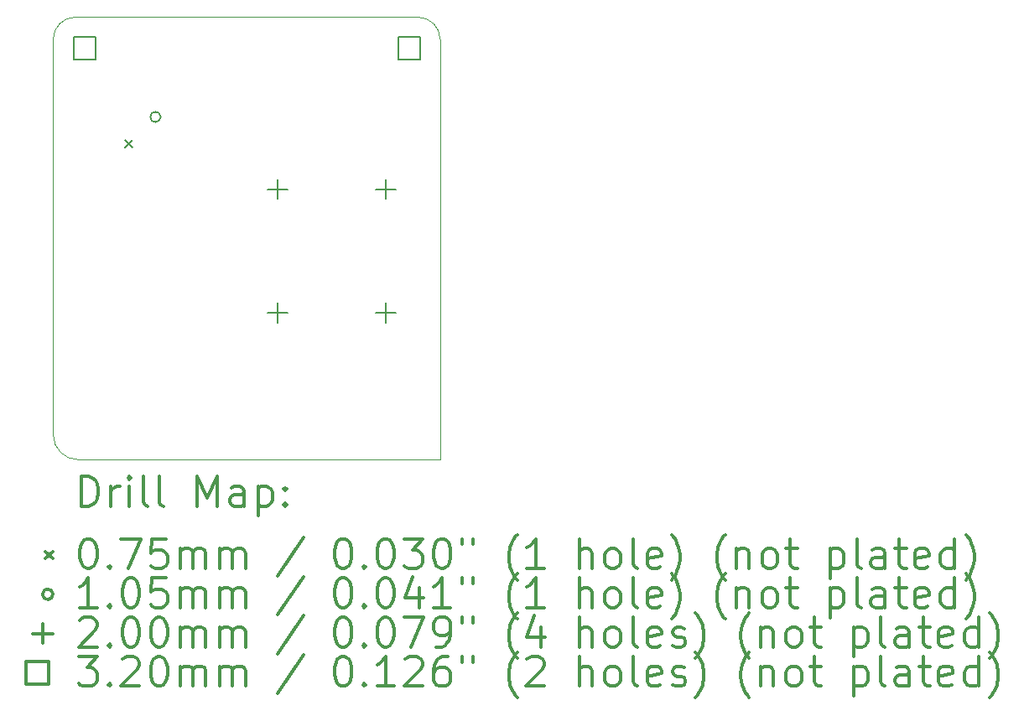
<source format=gbr>
%FSLAX45Y45*%
G04 Gerber Fmt 4.5, Leading zero omitted, Abs format (unit mm)*
G04 Created by KiCad (PCBNEW (5.1.9)-1) date 2021-02-23 11:14:55*
%MOMM*%
%LPD*%
G01*
G04 APERTURE LIST*
%TA.AperFunction,Profile*%
%ADD10C,0.050000*%
%TD*%
%ADD11C,0.200000*%
%ADD12C,0.300000*%
G04 APERTURE END LIST*
D10*
X3492500Y-6532000D02*
G75*
G02*
X3238500Y-6278000I0J254000D01*
G01*
X3238500Y-6223000D02*
X3238500Y-6278000D01*
X3238500Y-2286000D02*
G75*
G02*
X3462000Y-2062500I223500J0D01*
G01*
X3238500Y-2286000D02*
X3238500Y-6223000D01*
X6921500Y-2062500D02*
G75*
G02*
X7145000Y-2286000I0J-223500D01*
G01*
X7145000Y-2286000D02*
X7145000Y-6532000D01*
X3492500Y-6532000D02*
X7145000Y-6532000D01*
X3462000Y-2062500D02*
X6921500Y-2062500D01*
D11*
X3964814Y-3300786D02*
X4039814Y-3375786D01*
X4039814Y-3300786D02*
X3964814Y-3375786D01*
X4323515Y-3069585D02*
G75*
G03*
X4323515Y-3069585I-52500J0D01*
G01*
X5502100Y-3699800D02*
X5502100Y-3899800D01*
X5402100Y-3799800D02*
X5602100Y-3799800D01*
X5502100Y-4949800D02*
X5502100Y-5149800D01*
X5402100Y-5049800D02*
X5602100Y-5049800D01*
X6594300Y-3699800D02*
X6594300Y-3899800D01*
X6494300Y-3799800D02*
X6694300Y-3799800D01*
X6594300Y-4949800D02*
X6594300Y-5149800D01*
X6494300Y-5049800D02*
X6694300Y-5049800D01*
X3669138Y-2488038D02*
X3669138Y-2261762D01*
X3442862Y-2261762D01*
X3442862Y-2488038D01*
X3669138Y-2488038D01*
X6945738Y-2488038D02*
X6945738Y-2261762D01*
X6719462Y-2261762D01*
X6719462Y-2488038D01*
X6945738Y-2488038D01*
D12*
X3522428Y-7000214D02*
X3522428Y-6700214D01*
X3593857Y-6700214D01*
X3636714Y-6714500D01*
X3665286Y-6743071D01*
X3679571Y-6771643D01*
X3693857Y-6828786D01*
X3693857Y-6871643D01*
X3679571Y-6928786D01*
X3665286Y-6957357D01*
X3636714Y-6985929D01*
X3593857Y-7000214D01*
X3522428Y-7000214D01*
X3822428Y-7000214D02*
X3822428Y-6800214D01*
X3822428Y-6857357D02*
X3836714Y-6828786D01*
X3851000Y-6814500D01*
X3879571Y-6800214D01*
X3908143Y-6800214D01*
X4008143Y-7000214D02*
X4008143Y-6800214D01*
X4008143Y-6700214D02*
X3993857Y-6714500D01*
X4008143Y-6728786D01*
X4022428Y-6714500D01*
X4008143Y-6700214D01*
X4008143Y-6728786D01*
X4193857Y-7000214D02*
X4165286Y-6985929D01*
X4151000Y-6957357D01*
X4151000Y-6700214D01*
X4351000Y-7000214D02*
X4322428Y-6985929D01*
X4308143Y-6957357D01*
X4308143Y-6700214D01*
X4693857Y-7000214D02*
X4693857Y-6700214D01*
X4793857Y-6914500D01*
X4893857Y-6700214D01*
X4893857Y-7000214D01*
X5165286Y-7000214D02*
X5165286Y-6843071D01*
X5151000Y-6814500D01*
X5122428Y-6800214D01*
X5065286Y-6800214D01*
X5036714Y-6814500D01*
X5165286Y-6985929D02*
X5136714Y-7000214D01*
X5065286Y-7000214D01*
X5036714Y-6985929D01*
X5022428Y-6957357D01*
X5022428Y-6928786D01*
X5036714Y-6900214D01*
X5065286Y-6885929D01*
X5136714Y-6885929D01*
X5165286Y-6871643D01*
X5308143Y-6800214D02*
X5308143Y-7100214D01*
X5308143Y-6814500D02*
X5336714Y-6800214D01*
X5393857Y-6800214D01*
X5422428Y-6814500D01*
X5436714Y-6828786D01*
X5451000Y-6857357D01*
X5451000Y-6943071D01*
X5436714Y-6971643D01*
X5422428Y-6985929D01*
X5393857Y-7000214D01*
X5336714Y-7000214D01*
X5308143Y-6985929D01*
X5579571Y-6971643D02*
X5593857Y-6985929D01*
X5579571Y-7000214D01*
X5565286Y-6985929D01*
X5579571Y-6971643D01*
X5579571Y-7000214D01*
X5579571Y-6814500D02*
X5593857Y-6828786D01*
X5579571Y-6843071D01*
X5565286Y-6828786D01*
X5579571Y-6814500D01*
X5579571Y-6843071D01*
X3161000Y-7457000D02*
X3236000Y-7532000D01*
X3236000Y-7457000D02*
X3161000Y-7532000D01*
X3579571Y-7330214D02*
X3608143Y-7330214D01*
X3636714Y-7344500D01*
X3651000Y-7358786D01*
X3665286Y-7387357D01*
X3679571Y-7444500D01*
X3679571Y-7515929D01*
X3665286Y-7573071D01*
X3651000Y-7601643D01*
X3636714Y-7615929D01*
X3608143Y-7630214D01*
X3579571Y-7630214D01*
X3551000Y-7615929D01*
X3536714Y-7601643D01*
X3522428Y-7573071D01*
X3508143Y-7515929D01*
X3508143Y-7444500D01*
X3522428Y-7387357D01*
X3536714Y-7358786D01*
X3551000Y-7344500D01*
X3579571Y-7330214D01*
X3808143Y-7601643D02*
X3822428Y-7615929D01*
X3808143Y-7630214D01*
X3793857Y-7615929D01*
X3808143Y-7601643D01*
X3808143Y-7630214D01*
X3922428Y-7330214D02*
X4122428Y-7330214D01*
X3993857Y-7630214D01*
X4379571Y-7330214D02*
X4236714Y-7330214D01*
X4222428Y-7473071D01*
X4236714Y-7458786D01*
X4265286Y-7444500D01*
X4336714Y-7444500D01*
X4365286Y-7458786D01*
X4379571Y-7473071D01*
X4393857Y-7501643D01*
X4393857Y-7573071D01*
X4379571Y-7601643D01*
X4365286Y-7615929D01*
X4336714Y-7630214D01*
X4265286Y-7630214D01*
X4236714Y-7615929D01*
X4222428Y-7601643D01*
X4522428Y-7630214D02*
X4522428Y-7430214D01*
X4522428Y-7458786D02*
X4536714Y-7444500D01*
X4565286Y-7430214D01*
X4608143Y-7430214D01*
X4636714Y-7444500D01*
X4651000Y-7473071D01*
X4651000Y-7630214D01*
X4651000Y-7473071D02*
X4665286Y-7444500D01*
X4693857Y-7430214D01*
X4736714Y-7430214D01*
X4765286Y-7444500D01*
X4779571Y-7473071D01*
X4779571Y-7630214D01*
X4922428Y-7630214D02*
X4922428Y-7430214D01*
X4922428Y-7458786D02*
X4936714Y-7444500D01*
X4965286Y-7430214D01*
X5008143Y-7430214D01*
X5036714Y-7444500D01*
X5051000Y-7473071D01*
X5051000Y-7630214D01*
X5051000Y-7473071D02*
X5065286Y-7444500D01*
X5093857Y-7430214D01*
X5136714Y-7430214D01*
X5165286Y-7444500D01*
X5179571Y-7473071D01*
X5179571Y-7630214D01*
X5765286Y-7315929D02*
X5508143Y-7701643D01*
X6151000Y-7330214D02*
X6179571Y-7330214D01*
X6208143Y-7344500D01*
X6222428Y-7358786D01*
X6236714Y-7387357D01*
X6251000Y-7444500D01*
X6251000Y-7515929D01*
X6236714Y-7573071D01*
X6222428Y-7601643D01*
X6208143Y-7615929D01*
X6179571Y-7630214D01*
X6151000Y-7630214D01*
X6122428Y-7615929D01*
X6108143Y-7601643D01*
X6093857Y-7573071D01*
X6079571Y-7515929D01*
X6079571Y-7444500D01*
X6093857Y-7387357D01*
X6108143Y-7358786D01*
X6122428Y-7344500D01*
X6151000Y-7330214D01*
X6379571Y-7601643D02*
X6393857Y-7615929D01*
X6379571Y-7630214D01*
X6365286Y-7615929D01*
X6379571Y-7601643D01*
X6379571Y-7630214D01*
X6579571Y-7330214D02*
X6608143Y-7330214D01*
X6636714Y-7344500D01*
X6651000Y-7358786D01*
X6665286Y-7387357D01*
X6679571Y-7444500D01*
X6679571Y-7515929D01*
X6665286Y-7573071D01*
X6651000Y-7601643D01*
X6636714Y-7615929D01*
X6608143Y-7630214D01*
X6579571Y-7630214D01*
X6551000Y-7615929D01*
X6536714Y-7601643D01*
X6522428Y-7573071D01*
X6508143Y-7515929D01*
X6508143Y-7444500D01*
X6522428Y-7387357D01*
X6536714Y-7358786D01*
X6551000Y-7344500D01*
X6579571Y-7330214D01*
X6779571Y-7330214D02*
X6965286Y-7330214D01*
X6865286Y-7444500D01*
X6908143Y-7444500D01*
X6936714Y-7458786D01*
X6951000Y-7473071D01*
X6965286Y-7501643D01*
X6965286Y-7573071D01*
X6951000Y-7601643D01*
X6936714Y-7615929D01*
X6908143Y-7630214D01*
X6822428Y-7630214D01*
X6793857Y-7615929D01*
X6779571Y-7601643D01*
X7151000Y-7330214D02*
X7179571Y-7330214D01*
X7208143Y-7344500D01*
X7222428Y-7358786D01*
X7236714Y-7387357D01*
X7251000Y-7444500D01*
X7251000Y-7515929D01*
X7236714Y-7573071D01*
X7222428Y-7601643D01*
X7208143Y-7615929D01*
X7179571Y-7630214D01*
X7151000Y-7630214D01*
X7122428Y-7615929D01*
X7108143Y-7601643D01*
X7093857Y-7573071D01*
X7079571Y-7515929D01*
X7079571Y-7444500D01*
X7093857Y-7387357D01*
X7108143Y-7358786D01*
X7122428Y-7344500D01*
X7151000Y-7330214D01*
X7365286Y-7330214D02*
X7365286Y-7387357D01*
X7479571Y-7330214D02*
X7479571Y-7387357D01*
X7922428Y-7744500D02*
X7908143Y-7730214D01*
X7879571Y-7687357D01*
X7865286Y-7658786D01*
X7851000Y-7615929D01*
X7836714Y-7544500D01*
X7836714Y-7487357D01*
X7851000Y-7415929D01*
X7865286Y-7373071D01*
X7879571Y-7344500D01*
X7908143Y-7301643D01*
X7922428Y-7287357D01*
X8193857Y-7630214D02*
X8022428Y-7630214D01*
X8108143Y-7630214D02*
X8108143Y-7330214D01*
X8079571Y-7373071D01*
X8051000Y-7401643D01*
X8022428Y-7415929D01*
X8551000Y-7630214D02*
X8551000Y-7330214D01*
X8679571Y-7630214D02*
X8679571Y-7473071D01*
X8665286Y-7444500D01*
X8636714Y-7430214D01*
X8593857Y-7430214D01*
X8565286Y-7444500D01*
X8551000Y-7458786D01*
X8865286Y-7630214D02*
X8836714Y-7615929D01*
X8822428Y-7601643D01*
X8808143Y-7573071D01*
X8808143Y-7487357D01*
X8822428Y-7458786D01*
X8836714Y-7444500D01*
X8865286Y-7430214D01*
X8908143Y-7430214D01*
X8936714Y-7444500D01*
X8951000Y-7458786D01*
X8965286Y-7487357D01*
X8965286Y-7573071D01*
X8951000Y-7601643D01*
X8936714Y-7615929D01*
X8908143Y-7630214D01*
X8865286Y-7630214D01*
X9136714Y-7630214D02*
X9108143Y-7615929D01*
X9093857Y-7587357D01*
X9093857Y-7330214D01*
X9365286Y-7615929D02*
X9336714Y-7630214D01*
X9279571Y-7630214D01*
X9251000Y-7615929D01*
X9236714Y-7587357D01*
X9236714Y-7473071D01*
X9251000Y-7444500D01*
X9279571Y-7430214D01*
X9336714Y-7430214D01*
X9365286Y-7444500D01*
X9379571Y-7473071D01*
X9379571Y-7501643D01*
X9236714Y-7530214D01*
X9479571Y-7744500D02*
X9493857Y-7730214D01*
X9522428Y-7687357D01*
X9536714Y-7658786D01*
X9551000Y-7615929D01*
X9565286Y-7544500D01*
X9565286Y-7487357D01*
X9551000Y-7415929D01*
X9536714Y-7373071D01*
X9522428Y-7344500D01*
X9493857Y-7301643D01*
X9479571Y-7287357D01*
X10022428Y-7744500D02*
X10008143Y-7730214D01*
X9979571Y-7687357D01*
X9965286Y-7658786D01*
X9951000Y-7615929D01*
X9936714Y-7544500D01*
X9936714Y-7487357D01*
X9951000Y-7415929D01*
X9965286Y-7373071D01*
X9979571Y-7344500D01*
X10008143Y-7301643D01*
X10022428Y-7287357D01*
X10136714Y-7430214D02*
X10136714Y-7630214D01*
X10136714Y-7458786D02*
X10151000Y-7444500D01*
X10179571Y-7430214D01*
X10222428Y-7430214D01*
X10251000Y-7444500D01*
X10265286Y-7473071D01*
X10265286Y-7630214D01*
X10451000Y-7630214D02*
X10422428Y-7615929D01*
X10408143Y-7601643D01*
X10393857Y-7573071D01*
X10393857Y-7487357D01*
X10408143Y-7458786D01*
X10422428Y-7444500D01*
X10451000Y-7430214D01*
X10493857Y-7430214D01*
X10522428Y-7444500D01*
X10536714Y-7458786D01*
X10551000Y-7487357D01*
X10551000Y-7573071D01*
X10536714Y-7601643D01*
X10522428Y-7615929D01*
X10493857Y-7630214D01*
X10451000Y-7630214D01*
X10636714Y-7430214D02*
X10751000Y-7430214D01*
X10679571Y-7330214D02*
X10679571Y-7587357D01*
X10693857Y-7615929D01*
X10722428Y-7630214D01*
X10751000Y-7630214D01*
X11079571Y-7430214D02*
X11079571Y-7730214D01*
X11079571Y-7444500D02*
X11108143Y-7430214D01*
X11165286Y-7430214D01*
X11193857Y-7444500D01*
X11208143Y-7458786D01*
X11222428Y-7487357D01*
X11222428Y-7573071D01*
X11208143Y-7601643D01*
X11193857Y-7615929D01*
X11165286Y-7630214D01*
X11108143Y-7630214D01*
X11079571Y-7615929D01*
X11393857Y-7630214D02*
X11365286Y-7615929D01*
X11351000Y-7587357D01*
X11351000Y-7330214D01*
X11636714Y-7630214D02*
X11636714Y-7473071D01*
X11622428Y-7444500D01*
X11593857Y-7430214D01*
X11536714Y-7430214D01*
X11508143Y-7444500D01*
X11636714Y-7615929D02*
X11608143Y-7630214D01*
X11536714Y-7630214D01*
X11508143Y-7615929D01*
X11493857Y-7587357D01*
X11493857Y-7558786D01*
X11508143Y-7530214D01*
X11536714Y-7515929D01*
X11608143Y-7515929D01*
X11636714Y-7501643D01*
X11736714Y-7430214D02*
X11851000Y-7430214D01*
X11779571Y-7330214D02*
X11779571Y-7587357D01*
X11793857Y-7615929D01*
X11822428Y-7630214D01*
X11851000Y-7630214D01*
X12065286Y-7615929D02*
X12036714Y-7630214D01*
X11979571Y-7630214D01*
X11951000Y-7615929D01*
X11936714Y-7587357D01*
X11936714Y-7473071D01*
X11951000Y-7444500D01*
X11979571Y-7430214D01*
X12036714Y-7430214D01*
X12065286Y-7444500D01*
X12079571Y-7473071D01*
X12079571Y-7501643D01*
X11936714Y-7530214D01*
X12336714Y-7630214D02*
X12336714Y-7330214D01*
X12336714Y-7615929D02*
X12308143Y-7630214D01*
X12251000Y-7630214D01*
X12222428Y-7615929D01*
X12208143Y-7601643D01*
X12193857Y-7573071D01*
X12193857Y-7487357D01*
X12208143Y-7458786D01*
X12222428Y-7444500D01*
X12251000Y-7430214D01*
X12308143Y-7430214D01*
X12336714Y-7444500D01*
X12451000Y-7744500D02*
X12465286Y-7730214D01*
X12493857Y-7687357D01*
X12508143Y-7658786D01*
X12522428Y-7615929D01*
X12536714Y-7544500D01*
X12536714Y-7487357D01*
X12522428Y-7415929D01*
X12508143Y-7373071D01*
X12493857Y-7344500D01*
X12465286Y-7301643D01*
X12451000Y-7287357D01*
X3236000Y-7890500D02*
G75*
G03*
X3236000Y-7890500I-52500J0D01*
G01*
X3679571Y-8026214D02*
X3508143Y-8026214D01*
X3593857Y-8026214D02*
X3593857Y-7726214D01*
X3565286Y-7769071D01*
X3536714Y-7797643D01*
X3508143Y-7811929D01*
X3808143Y-7997643D02*
X3822428Y-8011929D01*
X3808143Y-8026214D01*
X3793857Y-8011929D01*
X3808143Y-7997643D01*
X3808143Y-8026214D01*
X4008143Y-7726214D02*
X4036714Y-7726214D01*
X4065286Y-7740500D01*
X4079571Y-7754786D01*
X4093857Y-7783357D01*
X4108143Y-7840500D01*
X4108143Y-7911929D01*
X4093857Y-7969071D01*
X4079571Y-7997643D01*
X4065286Y-8011929D01*
X4036714Y-8026214D01*
X4008143Y-8026214D01*
X3979571Y-8011929D01*
X3965286Y-7997643D01*
X3951000Y-7969071D01*
X3936714Y-7911929D01*
X3936714Y-7840500D01*
X3951000Y-7783357D01*
X3965286Y-7754786D01*
X3979571Y-7740500D01*
X4008143Y-7726214D01*
X4379571Y-7726214D02*
X4236714Y-7726214D01*
X4222428Y-7869071D01*
X4236714Y-7854786D01*
X4265286Y-7840500D01*
X4336714Y-7840500D01*
X4365286Y-7854786D01*
X4379571Y-7869071D01*
X4393857Y-7897643D01*
X4393857Y-7969071D01*
X4379571Y-7997643D01*
X4365286Y-8011929D01*
X4336714Y-8026214D01*
X4265286Y-8026214D01*
X4236714Y-8011929D01*
X4222428Y-7997643D01*
X4522428Y-8026214D02*
X4522428Y-7826214D01*
X4522428Y-7854786D02*
X4536714Y-7840500D01*
X4565286Y-7826214D01*
X4608143Y-7826214D01*
X4636714Y-7840500D01*
X4651000Y-7869071D01*
X4651000Y-8026214D01*
X4651000Y-7869071D02*
X4665286Y-7840500D01*
X4693857Y-7826214D01*
X4736714Y-7826214D01*
X4765286Y-7840500D01*
X4779571Y-7869071D01*
X4779571Y-8026214D01*
X4922428Y-8026214D02*
X4922428Y-7826214D01*
X4922428Y-7854786D02*
X4936714Y-7840500D01*
X4965286Y-7826214D01*
X5008143Y-7826214D01*
X5036714Y-7840500D01*
X5051000Y-7869071D01*
X5051000Y-8026214D01*
X5051000Y-7869071D02*
X5065286Y-7840500D01*
X5093857Y-7826214D01*
X5136714Y-7826214D01*
X5165286Y-7840500D01*
X5179571Y-7869071D01*
X5179571Y-8026214D01*
X5765286Y-7711929D02*
X5508143Y-8097643D01*
X6151000Y-7726214D02*
X6179571Y-7726214D01*
X6208143Y-7740500D01*
X6222428Y-7754786D01*
X6236714Y-7783357D01*
X6251000Y-7840500D01*
X6251000Y-7911929D01*
X6236714Y-7969071D01*
X6222428Y-7997643D01*
X6208143Y-8011929D01*
X6179571Y-8026214D01*
X6151000Y-8026214D01*
X6122428Y-8011929D01*
X6108143Y-7997643D01*
X6093857Y-7969071D01*
X6079571Y-7911929D01*
X6079571Y-7840500D01*
X6093857Y-7783357D01*
X6108143Y-7754786D01*
X6122428Y-7740500D01*
X6151000Y-7726214D01*
X6379571Y-7997643D02*
X6393857Y-8011929D01*
X6379571Y-8026214D01*
X6365286Y-8011929D01*
X6379571Y-7997643D01*
X6379571Y-8026214D01*
X6579571Y-7726214D02*
X6608143Y-7726214D01*
X6636714Y-7740500D01*
X6651000Y-7754786D01*
X6665286Y-7783357D01*
X6679571Y-7840500D01*
X6679571Y-7911929D01*
X6665286Y-7969071D01*
X6651000Y-7997643D01*
X6636714Y-8011929D01*
X6608143Y-8026214D01*
X6579571Y-8026214D01*
X6551000Y-8011929D01*
X6536714Y-7997643D01*
X6522428Y-7969071D01*
X6508143Y-7911929D01*
X6508143Y-7840500D01*
X6522428Y-7783357D01*
X6536714Y-7754786D01*
X6551000Y-7740500D01*
X6579571Y-7726214D01*
X6936714Y-7826214D02*
X6936714Y-8026214D01*
X6865286Y-7711929D02*
X6793857Y-7926214D01*
X6979571Y-7926214D01*
X7251000Y-8026214D02*
X7079571Y-8026214D01*
X7165286Y-8026214D02*
X7165286Y-7726214D01*
X7136714Y-7769071D01*
X7108143Y-7797643D01*
X7079571Y-7811929D01*
X7365286Y-7726214D02*
X7365286Y-7783357D01*
X7479571Y-7726214D02*
X7479571Y-7783357D01*
X7922428Y-8140500D02*
X7908143Y-8126214D01*
X7879571Y-8083357D01*
X7865286Y-8054786D01*
X7851000Y-8011929D01*
X7836714Y-7940500D01*
X7836714Y-7883357D01*
X7851000Y-7811929D01*
X7865286Y-7769071D01*
X7879571Y-7740500D01*
X7908143Y-7697643D01*
X7922428Y-7683357D01*
X8193857Y-8026214D02*
X8022428Y-8026214D01*
X8108143Y-8026214D02*
X8108143Y-7726214D01*
X8079571Y-7769071D01*
X8051000Y-7797643D01*
X8022428Y-7811929D01*
X8551000Y-8026214D02*
X8551000Y-7726214D01*
X8679571Y-8026214D02*
X8679571Y-7869071D01*
X8665286Y-7840500D01*
X8636714Y-7826214D01*
X8593857Y-7826214D01*
X8565286Y-7840500D01*
X8551000Y-7854786D01*
X8865286Y-8026214D02*
X8836714Y-8011929D01*
X8822428Y-7997643D01*
X8808143Y-7969071D01*
X8808143Y-7883357D01*
X8822428Y-7854786D01*
X8836714Y-7840500D01*
X8865286Y-7826214D01*
X8908143Y-7826214D01*
X8936714Y-7840500D01*
X8951000Y-7854786D01*
X8965286Y-7883357D01*
X8965286Y-7969071D01*
X8951000Y-7997643D01*
X8936714Y-8011929D01*
X8908143Y-8026214D01*
X8865286Y-8026214D01*
X9136714Y-8026214D02*
X9108143Y-8011929D01*
X9093857Y-7983357D01*
X9093857Y-7726214D01*
X9365286Y-8011929D02*
X9336714Y-8026214D01*
X9279571Y-8026214D01*
X9251000Y-8011929D01*
X9236714Y-7983357D01*
X9236714Y-7869071D01*
X9251000Y-7840500D01*
X9279571Y-7826214D01*
X9336714Y-7826214D01*
X9365286Y-7840500D01*
X9379571Y-7869071D01*
X9379571Y-7897643D01*
X9236714Y-7926214D01*
X9479571Y-8140500D02*
X9493857Y-8126214D01*
X9522428Y-8083357D01*
X9536714Y-8054786D01*
X9551000Y-8011929D01*
X9565286Y-7940500D01*
X9565286Y-7883357D01*
X9551000Y-7811929D01*
X9536714Y-7769071D01*
X9522428Y-7740500D01*
X9493857Y-7697643D01*
X9479571Y-7683357D01*
X10022428Y-8140500D02*
X10008143Y-8126214D01*
X9979571Y-8083357D01*
X9965286Y-8054786D01*
X9951000Y-8011929D01*
X9936714Y-7940500D01*
X9936714Y-7883357D01*
X9951000Y-7811929D01*
X9965286Y-7769071D01*
X9979571Y-7740500D01*
X10008143Y-7697643D01*
X10022428Y-7683357D01*
X10136714Y-7826214D02*
X10136714Y-8026214D01*
X10136714Y-7854786D02*
X10151000Y-7840500D01*
X10179571Y-7826214D01*
X10222428Y-7826214D01*
X10251000Y-7840500D01*
X10265286Y-7869071D01*
X10265286Y-8026214D01*
X10451000Y-8026214D02*
X10422428Y-8011929D01*
X10408143Y-7997643D01*
X10393857Y-7969071D01*
X10393857Y-7883357D01*
X10408143Y-7854786D01*
X10422428Y-7840500D01*
X10451000Y-7826214D01*
X10493857Y-7826214D01*
X10522428Y-7840500D01*
X10536714Y-7854786D01*
X10551000Y-7883357D01*
X10551000Y-7969071D01*
X10536714Y-7997643D01*
X10522428Y-8011929D01*
X10493857Y-8026214D01*
X10451000Y-8026214D01*
X10636714Y-7826214D02*
X10751000Y-7826214D01*
X10679571Y-7726214D02*
X10679571Y-7983357D01*
X10693857Y-8011929D01*
X10722428Y-8026214D01*
X10751000Y-8026214D01*
X11079571Y-7826214D02*
X11079571Y-8126214D01*
X11079571Y-7840500D02*
X11108143Y-7826214D01*
X11165286Y-7826214D01*
X11193857Y-7840500D01*
X11208143Y-7854786D01*
X11222428Y-7883357D01*
X11222428Y-7969071D01*
X11208143Y-7997643D01*
X11193857Y-8011929D01*
X11165286Y-8026214D01*
X11108143Y-8026214D01*
X11079571Y-8011929D01*
X11393857Y-8026214D02*
X11365286Y-8011929D01*
X11351000Y-7983357D01*
X11351000Y-7726214D01*
X11636714Y-8026214D02*
X11636714Y-7869071D01*
X11622428Y-7840500D01*
X11593857Y-7826214D01*
X11536714Y-7826214D01*
X11508143Y-7840500D01*
X11636714Y-8011929D02*
X11608143Y-8026214D01*
X11536714Y-8026214D01*
X11508143Y-8011929D01*
X11493857Y-7983357D01*
X11493857Y-7954786D01*
X11508143Y-7926214D01*
X11536714Y-7911929D01*
X11608143Y-7911929D01*
X11636714Y-7897643D01*
X11736714Y-7826214D02*
X11851000Y-7826214D01*
X11779571Y-7726214D02*
X11779571Y-7983357D01*
X11793857Y-8011929D01*
X11822428Y-8026214D01*
X11851000Y-8026214D01*
X12065286Y-8011929D02*
X12036714Y-8026214D01*
X11979571Y-8026214D01*
X11951000Y-8011929D01*
X11936714Y-7983357D01*
X11936714Y-7869071D01*
X11951000Y-7840500D01*
X11979571Y-7826214D01*
X12036714Y-7826214D01*
X12065286Y-7840500D01*
X12079571Y-7869071D01*
X12079571Y-7897643D01*
X11936714Y-7926214D01*
X12336714Y-8026214D02*
X12336714Y-7726214D01*
X12336714Y-8011929D02*
X12308143Y-8026214D01*
X12251000Y-8026214D01*
X12222428Y-8011929D01*
X12208143Y-7997643D01*
X12193857Y-7969071D01*
X12193857Y-7883357D01*
X12208143Y-7854786D01*
X12222428Y-7840500D01*
X12251000Y-7826214D01*
X12308143Y-7826214D01*
X12336714Y-7840500D01*
X12451000Y-8140500D02*
X12465286Y-8126214D01*
X12493857Y-8083357D01*
X12508143Y-8054786D01*
X12522428Y-8011929D01*
X12536714Y-7940500D01*
X12536714Y-7883357D01*
X12522428Y-7811929D01*
X12508143Y-7769071D01*
X12493857Y-7740500D01*
X12465286Y-7697643D01*
X12451000Y-7683357D01*
X3136000Y-8186500D02*
X3136000Y-8386500D01*
X3036000Y-8286500D02*
X3236000Y-8286500D01*
X3508143Y-8150786D02*
X3522428Y-8136500D01*
X3551000Y-8122214D01*
X3622428Y-8122214D01*
X3651000Y-8136500D01*
X3665286Y-8150786D01*
X3679571Y-8179357D01*
X3679571Y-8207929D01*
X3665286Y-8250786D01*
X3493857Y-8422214D01*
X3679571Y-8422214D01*
X3808143Y-8393643D02*
X3822428Y-8407929D01*
X3808143Y-8422214D01*
X3793857Y-8407929D01*
X3808143Y-8393643D01*
X3808143Y-8422214D01*
X4008143Y-8122214D02*
X4036714Y-8122214D01*
X4065286Y-8136500D01*
X4079571Y-8150786D01*
X4093857Y-8179357D01*
X4108143Y-8236500D01*
X4108143Y-8307929D01*
X4093857Y-8365071D01*
X4079571Y-8393643D01*
X4065286Y-8407929D01*
X4036714Y-8422214D01*
X4008143Y-8422214D01*
X3979571Y-8407929D01*
X3965286Y-8393643D01*
X3951000Y-8365071D01*
X3936714Y-8307929D01*
X3936714Y-8236500D01*
X3951000Y-8179357D01*
X3965286Y-8150786D01*
X3979571Y-8136500D01*
X4008143Y-8122214D01*
X4293857Y-8122214D02*
X4322428Y-8122214D01*
X4351000Y-8136500D01*
X4365286Y-8150786D01*
X4379571Y-8179357D01*
X4393857Y-8236500D01*
X4393857Y-8307929D01*
X4379571Y-8365071D01*
X4365286Y-8393643D01*
X4351000Y-8407929D01*
X4322428Y-8422214D01*
X4293857Y-8422214D01*
X4265286Y-8407929D01*
X4251000Y-8393643D01*
X4236714Y-8365071D01*
X4222428Y-8307929D01*
X4222428Y-8236500D01*
X4236714Y-8179357D01*
X4251000Y-8150786D01*
X4265286Y-8136500D01*
X4293857Y-8122214D01*
X4522428Y-8422214D02*
X4522428Y-8222214D01*
X4522428Y-8250786D02*
X4536714Y-8236500D01*
X4565286Y-8222214D01*
X4608143Y-8222214D01*
X4636714Y-8236500D01*
X4651000Y-8265071D01*
X4651000Y-8422214D01*
X4651000Y-8265071D02*
X4665286Y-8236500D01*
X4693857Y-8222214D01*
X4736714Y-8222214D01*
X4765286Y-8236500D01*
X4779571Y-8265071D01*
X4779571Y-8422214D01*
X4922428Y-8422214D02*
X4922428Y-8222214D01*
X4922428Y-8250786D02*
X4936714Y-8236500D01*
X4965286Y-8222214D01*
X5008143Y-8222214D01*
X5036714Y-8236500D01*
X5051000Y-8265071D01*
X5051000Y-8422214D01*
X5051000Y-8265071D02*
X5065286Y-8236500D01*
X5093857Y-8222214D01*
X5136714Y-8222214D01*
X5165286Y-8236500D01*
X5179571Y-8265071D01*
X5179571Y-8422214D01*
X5765286Y-8107929D02*
X5508143Y-8493643D01*
X6151000Y-8122214D02*
X6179571Y-8122214D01*
X6208143Y-8136500D01*
X6222428Y-8150786D01*
X6236714Y-8179357D01*
X6251000Y-8236500D01*
X6251000Y-8307929D01*
X6236714Y-8365071D01*
X6222428Y-8393643D01*
X6208143Y-8407929D01*
X6179571Y-8422214D01*
X6151000Y-8422214D01*
X6122428Y-8407929D01*
X6108143Y-8393643D01*
X6093857Y-8365071D01*
X6079571Y-8307929D01*
X6079571Y-8236500D01*
X6093857Y-8179357D01*
X6108143Y-8150786D01*
X6122428Y-8136500D01*
X6151000Y-8122214D01*
X6379571Y-8393643D02*
X6393857Y-8407929D01*
X6379571Y-8422214D01*
X6365286Y-8407929D01*
X6379571Y-8393643D01*
X6379571Y-8422214D01*
X6579571Y-8122214D02*
X6608143Y-8122214D01*
X6636714Y-8136500D01*
X6651000Y-8150786D01*
X6665286Y-8179357D01*
X6679571Y-8236500D01*
X6679571Y-8307929D01*
X6665286Y-8365071D01*
X6651000Y-8393643D01*
X6636714Y-8407929D01*
X6608143Y-8422214D01*
X6579571Y-8422214D01*
X6551000Y-8407929D01*
X6536714Y-8393643D01*
X6522428Y-8365071D01*
X6508143Y-8307929D01*
X6508143Y-8236500D01*
X6522428Y-8179357D01*
X6536714Y-8150786D01*
X6551000Y-8136500D01*
X6579571Y-8122214D01*
X6779571Y-8122214D02*
X6979571Y-8122214D01*
X6851000Y-8422214D01*
X7108143Y-8422214D02*
X7165286Y-8422214D01*
X7193857Y-8407929D01*
X7208143Y-8393643D01*
X7236714Y-8350786D01*
X7251000Y-8293643D01*
X7251000Y-8179357D01*
X7236714Y-8150786D01*
X7222428Y-8136500D01*
X7193857Y-8122214D01*
X7136714Y-8122214D01*
X7108143Y-8136500D01*
X7093857Y-8150786D01*
X7079571Y-8179357D01*
X7079571Y-8250786D01*
X7093857Y-8279357D01*
X7108143Y-8293643D01*
X7136714Y-8307929D01*
X7193857Y-8307929D01*
X7222428Y-8293643D01*
X7236714Y-8279357D01*
X7251000Y-8250786D01*
X7365286Y-8122214D02*
X7365286Y-8179357D01*
X7479571Y-8122214D02*
X7479571Y-8179357D01*
X7922428Y-8536500D02*
X7908143Y-8522214D01*
X7879571Y-8479357D01*
X7865286Y-8450786D01*
X7851000Y-8407929D01*
X7836714Y-8336500D01*
X7836714Y-8279357D01*
X7851000Y-8207929D01*
X7865286Y-8165071D01*
X7879571Y-8136500D01*
X7908143Y-8093643D01*
X7922428Y-8079357D01*
X8165286Y-8222214D02*
X8165286Y-8422214D01*
X8093857Y-8107929D02*
X8022428Y-8322214D01*
X8208143Y-8322214D01*
X8551000Y-8422214D02*
X8551000Y-8122214D01*
X8679571Y-8422214D02*
X8679571Y-8265071D01*
X8665286Y-8236500D01*
X8636714Y-8222214D01*
X8593857Y-8222214D01*
X8565286Y-8236500D01*
X8551000Y-8250786D01*
X8865286Y-8422214D02*
X8836714Y-8407929D01*
X8822428Y-8393643D01*
X8808143Y-8365071D01*
X8808143Y-8279357D01*
X8822428Y-8250786D01*
X8836714Y-8236500D01*
X8865286Y-8222214D01*
X8908143Y-8222214D01*
X8936714Y-8236500D01*
X8951000Y-8250786D01*
X8965286Y-8279357D01*
X8965286Y-8365071D01*
X8951000Y-8393643D01*
X8936714Y-8407929D01*
X8908143Y-8422214D01*
X8865286Y-8422214D01*
X9136714Y-8422214D02*
X9108143Y-8407929D01*
X9093857Y-8379357D01*
X9093857Y-8122214D01*
X9365286Y-8407929D02*
X9336714Y-8422214D01*
X9279571Y-8422214D01*
X9251000Y-8407929D01*
X9236714Y-8379357D01*
X9236714Y-8265071D01*
X9251000Y-8236500D01*
X9279571Y-8222214D01*
X9336714Y-8222214D01*
X9365286Y-8236500D01*
X9379571Y-8265071D01*
X9379571Y-8293643D01*
X9236714Y-8322214D01*
X9493857Y-8407929D02*
X9522428Y-8422214D01*
X9579571Y-8422214D01*
X9608143Y-8407929D01*
X9622428Y-8379357D01*
X9622428Y-8365071D01*
X9608143Y-8336500D01*
X9579571Y-8322214D01*
X9536714Y-8322214D01*
X9508143Y-8307929D01*
X9493857Y-8279357D01*
X9493857Y-8265071D01*
X9508143Y-8236500D01*
X9536714Y-8222214D01*
X9579571Y-8222214D01*
X9608143Y-8236500D01*
X9722428Y-8536500D02*
X9736714Y-8522214D01*
X9765286Y-8479357D01*
X9779571Y-8450786D01*
X9793857Y-8407929D01*
X9808143Y-8336500D01*
X9808143Y-8279357D01*
X9793857Y-8207929D01*
X9779571Y-8165071D01*
X9765286Y-8136500D01*
X9736714Y-8093643D01*
X9722428Y-8079357D01*
X10265286Y-8536500D02*
X10251000Y-8522214D01*
X10222428Y-8479357D01*
X10208143Y-8450786D01*
X10193857Y-8407929D01*
X10179571Y-8336500D01*
X10179571Y-8279357D01*
X10193857Y-8207929D01*
X10208143Y-8165071D01*
X10222428Y-8136500D01*
X10251000Y-8093643D01*
X10265286Y-8079357D01*
X10379571Y-8222214D02*
X10379571Y-8422214D01*
X10379571Y-8250786D02*
X10393857Y-8236500D01*
X10422428Y-8222214D01*
X10465286Y-8222214D01*
X10493857Y-8236500D01*
X10508143Y-8265071D01*
X10508143Y-8422214D01*
X10693857Y-8422214D02*
X10665286Y-8407929D01*
X10651000Y-8393643D01*
X10636714Y-8365071D01*
X10636714Y-8279357D01*
X10651000Y-8250786D01*
X10665286Y-8236500D01*
X10693857Y-8222214D01*
X10736714Y-8222214D01*
X10765286Y-8236500D01*
X10779571Y-8250786D01*
X10793857Y-8279357D01*
X10793857Y-8365071D01*
X10779571Y-8393643D01*
X10765286Y-8407929D01*
X10736714Y-8422214D01*
X10693857Y-8422214D01*
X10879571Y-8222214D02*
X10993857Y-8222214D01*
X10922428Y-8122214D02*
X10922428Y-8379357D01*
X10936714Y-8407929D01*
X10965286Y-8422214D01*
X10993857Y-8422214D01*
X11322428Y-8222214D02*
X11322428Y-8522214D01*
X11322428Y-8236500D02*
X11351000Y-8222214D01*
X11408143Y-8222214D01*
X11436714Y-8236500D01*
X11451000Y-8250786D01*
X11465286Y-8279357D01*
X11465286Y-8365071D01*
X11451000Y-8393643D01*
X11436714Y-8407929D01*
X11408143Y-8422214D01*
X11351000Y-8422214D01*
X11322428Y-8407929D01*
X11636714Y-8422214D02*
X11608143Y-8407929D01*
X11593857Y-8379357D01*
X11593857Y-8122214D01*
X11879571Y-8422214D02*
X11879571Y-8265071D01*
X11865286Y-8236500D01*
X11836714Y-8222214D01*
X11779571Y-8222214D01*
X11751000Y-8236500D01*
X11879571Y-8407929D02*
X11851000Y-8422214D01*
X11779571Y-8422214D01*
X11751000Y-8407929D01*
X11736714Y-8379357D01*
X11736714Y-8350786D01*
X11751000Y-8322214D01*
X11779571Y-8307929D01*
X11851000Y-8307929D01*
X11879571Y-8293643D01*
X11979571Y-8222214D02*
X12093857Y-8222214D01*
X12022428Y-8122214D02*
X12022428Y-8379357D01*
X12036714Y-8407929D01*
X12065286Y-8422214D01*
X12093857Y-8422214D01*
X12308143Y-8407929D02*
X12279571Y-8422214D01*
X12222428Y-8422214D01*
X12193857Y-8407929D01*
X12179571Y-8379357D01*
X12179571Y-8265071D01*
X12193857Y-8236500D01*
X12222428Y-8222214D01*
X12279571Y-8222214D01*
X12308143Y-8236500D01*
X12322428Y-8265071D01*
X12322428Y-8293643D01*
X12179571Y-8322214D01*
X12579571Y-8422214D02*
X12579571Y-8122214D01*
X12579571Y-8407929D02*
X12551000Y-8422214D01*
X12493857Y-8422214D01*
X12465286Y-8407929D01*
X12451000Y-8393643D01*
X12436714Y-8365071D01*
X12436714Y-8279357D01*
X12451000Y-8250786D01*
X12465286Y-8236500D01*
X12493857Y-8222214D01*
X12551000Y-8222214D01*
X12579571Y-8236500D01*
X12693857Y-8536500D02*
X12708143Y-8522214D01*
X12736714Y-8479357D01*
X12751000Y-8450786D01*
X12765286Y-8407929D01*
X12779571Y-8336500D01*
X12779571Y-8279357D01*
X12765286Y-8207929D01*
X12751000Y-8165071D01*
X12736714Y-8136500D01*
X12708143Y-8093643D01*
X12693857Y-8079357D01*
X3189138Y-8795638D02*
X3189138Y-8569362D01*
X2962862Y-8569362D01*
X2962862Y-8795638D01*
X3189138Y-8795638D01*
X3493857Y-8518214D02*
X3679571Y-8518214D01*
X3579571Y-8632500D01*
X3622428Y-8632500D01*
X3651000Y-8646786D01*
X3665286Y-8661072D01*
X3679571Y-8689643D01*
X3679571Y-8761072D01*
X3665286Y-8789643D01*
X3651000Y-8803929D01*
X3622428Y-8818214D01*
X3536714Y-8818214D01*
X3508143Y-8803929D01*
X3493857Y-8789643D01*
X3808143Y-8789643D02*
X3822428Y-8803929D01*
X3808143Y-8818214D01*
X3793857Y-8803929D01*
X3808143Y-8789643D01*
X3808143Y-8818214D01*
X3936714Y-8546786D02*
X3951000Y-8532500D01*
X3979571Y-8518214D01*
X4051000Y-8518214D01*
X4079571Y-8532500D01*
X4093857Y-8546786D01*
X4108143Y-8575357D01*
X4108143Y-8603929D01*
X4093857Y-8646786D01*
X3922428Y-8818214D01*
X4108143Y-8818214D01*
X4293857Y-8518214D02*
X4322428Y-8518214D01*
X4351000Y-8532500D01*
X4365286Y-8546786D01*
X4379571Y-8575357D01*
X4393857Y-8632500D01*
X4393857Y-8703929D01*
X4379571Y-8761072D01*
X4365286Y-8789643D01*
X4351000Y-8803929D01*
X4322428Y-8818214D01*
X4293857Y-8818214D01*
X4265286Y-8803929D01*
X4251000Y-8789643D01*
X4236714Y-8761072D01*
X4222428Y-8703929D01*
X4222428Y-8632500D01*
X4236714Y-8575357D01*
X4251000Y-8546786D01*
X4265286Y-8532500D01*
X4293857Y-8518214D01*
X4522428Y-8818214D02*
X4522428Y-8618214D01*
X4522428Y-8646786D02*
X4536714Y-8632500D01*
X4565286Y-8618214D01*
X4608143Y-8618214D01*
X4636714Y-8632500D01*
X4651000Y-8661072D01*
X4651000Y-8818214D01*
X4651000Y-8661072D02*
X4665286Y-8632500D01*
X4693857Y-8618214D01*
X4736714Y-8618214D01*
X4765286Y-8632500D01*
X4779571Y-8661072D01*
X4779571Y-8818214D01*
X4922428Y-8818214D02*
X4922428Y-8618214D01*
X4922428Y-8646786D02*
X4936714Y-8632500D01*
X4965286Y-8618214D01*
X5008143Y-8618214D01*
X5036714Y-8632500D01*
X5051000Y-8661072D01*
X5051000Y-8818214D01*
X5051000Y-8661072D02*
X5065286Y-8632500D01*
X5093857Y-8618214D01*
X5136714Y-8618214D01*
X5165286Y-8632500D01*
X5179571Y-8661072D01*
X5179571Y-8818214D01*
X5765286Y-8503929D02*
X5508143Y-8889643D01*
X6151000Y-8518214D02*
X6179571Y-8518214D01*
X6208143Y-8532500D01*
X6222428Y-8546786D01*
X6236714Y-8575357D01*
X6251000Y-8632500D01*
X6251000Y-8703929D01*
X6236714Y-8761072D01*
X6222428Y-8789643D01*
X6208143Y-8803929D01*
X6179571Y-8818214D01*
X6151000Y-8818214D01*
X6122428Y-8803929D01*
X6108143Y-8789643D01*
X6093857Y-8761072D01*
X6079571Y-8703929D01*
X6079571Y-8632500D01*
X6093857Y-8575357D01*
X6108143Y-8546786D01*
X6122428Y-8532500D01*
X6151000Y-8518214D01*
X6379571Y-8789643D02*
X6393857Y-8803929D01*
X6379571Y-8818214D01*
X6365286Y-8803929D01*
X6379571Y-8789643D01*
X6379571Y-8818214D01*
X6679571Y-8818214D02*
X6508143Y-8818214D01*
X6593857Y-8818214D02*
X6593857Y-8518214D01*
X6565286Y-8561072D01*
X6536714Y-8589643D01*
X6508143Y-8603929D01*
X6793857Y-8546786D02*
X6808143Y-8532500D01*
X6836714Y-8518214D01*
X6908143Y-8518214D01*
X6936714Y-8532500D01*
X6951000Y-8546786D01*
X6965286Y-8575357D01*
X6965286Y-8603929D01*
X6951000Y-8646786D01*
X6779571Y-8818214D01*
X6965286Y-8818214D01*
X7222428Y-8518214D02*
X7165286Y-8518214D01*
X7136714Y-8532500D01*
X7122428Y-8546786D01*
X7093857Y-8589643D01*
X7079571Y-8646786D01*
X7079571Y-8761072D01*
X7093857Y-8789643D01*
X7108143Y-8803929D01*
X7136714Y-8818214D01*
X7193857Y-8818214D01*
X7222428Y-8803929D01*
X7236714Y-8789643D01*
X7251000Y-8761072D01*
X7251000Y-8689643D01*
X7236714Y-8661072D01*
X7222428Y-8646786D01*
X7193857Y-8632500D01*
X7136714Y-8632500D01*
X7108143Y-8646786D01*
X7093857Y-8661072D01*
X7079571Y-8689643D01*
X7365286Y-8518214D02*
X7365286Y-8575357D01*
X7479571Y-8518214D02*
X7479571Y-8575357D01*
X7922428Y-8932500D02*
X7908143Y-8918214D01*
X7879571Y-8875357D01*
X7865286Y-8846786D01*
X7851000Y-8803929D01*
X7836714Y-8732500D01*
X7836714Y-8675357D01*
X7851000Y-8603929D01*
X7865286Y-8561072D01*
X7879571Y-8532500D01*
X7908143Y-8489643D01*
X7922428Y-8475357D01*
X8022428Y-8546786D02*
X8036714Y-8532500D01*
X8065286Y-8518214D01*
X8136714Y-8518214D01*
X8165286Y-8532500D01*
X8179571Y-8546786D01*
X8193857Y-8575357D01*
X8193857Y-8603929D01*
X8179571Y-8646786D01*
X8008143Y-8818214D01*
X8193857Y-8818214D01*
X8551000Y-8818214D02*
X8551000Y-8518214D01*
X8679571Y-8818214D02*
X8679571Y-8661072D01*
X8665286Y-8632500D01*
X8636714Y-8618214D01*
X8593857Y-8618214D01*
X8565286Y-8632500D01*
X8551000Y-8646786D01*
X8865286Y-8818214D02*
X8836714Y-8803929D01*
X8822428Y-8789643D01*
X8808143Y-8761072D01*
X8808143Y-8675357D01*
X8822428Y-8646786D01*
X8836714Y-8632500D01*
X8865286Y-8618214D01*
X8908143Y-8618214D01*
X8936714Y-8632500D01*
X8951000Y-8646786D01*
X8965286Y-8675357D01*
X8965286Y-8761072D01*
X8951000Y-8789643D01*
X8936714Y-8803929D01*
X8908143Y-8818214D01*
X8865286Y-8818214D01*
X9136714Y-8818214D02*
X9108143Y-8803929D01*
X9093857Y-8775357D01*
X9093857Y-8518214D01*
X9365286Y-8803929D02*
X9336714Y-8818214D01*
X9279571Y-8818214D01*
X9251000Y-8803929D01*
X9236714Y-8775357D01*
X9236714Y-8661072D01*
X9251000Y-8632500D01*
X9279571Y-8618214D01*
X9336714Y-8618214D01*
X9365286Y-8632500D01*
X9379571Y-8661072D01*
X9379571Y-8689643D01*
X9236714Y-8718214D01*
X9493857Y-8803929D02*
X9522428Y-8818214D01*
X9579571Y-8818214D01*
X9608143Y-8803929D01*
X9622428Y-8775357D01*
X9622428Y-8761072D01*
X9608143Y-8732500D01*
X9579571Y-8718214D01*
X9536714Y-8718214D01*
X9508143Y-8703929D01*
X9493857Y-8675357D01*
X9493857Y-8661072D01*
X9508143Y-8632500D01*
X9536714Y-8618214D01*
X9579571Y-8618214D01*
X9608143Y-8632500D01*
X9722428Y-8932500D02*
X9736714Y-8918214D01*
X9765286Y-8875357D01*
X9779571Y-8846786D01*
X9793857Y-8803929D01*
X9808143Y-8732500D01*
X9808143Y-8675357D01*
X9793857Y-8603929D01*
X9779571Y-8561072D01*
X9765286Y-8532500D01*
X9736714Y-8489643D01*
X9722428Y-8475357D01*
X10265286Y-8932500D02*
X10251000Y-8918214D01*
X10222428Y-8875357D01*
X10208143Y-8846786D01*
X10193857Y-8803929D01*
X10179571Y-8732500D01*
X10179571Y-8675357D01*
X10193857Y-8603929D01*
X10208143Y-8561072D01*
X10222428Y-8532500D01*
X10251000Y-8489643D01*
X10265286Y-8475357D01*
X10379571Y-8618214D02*
X10379571Y-8818214D01*
X10379571Y-8646786D02*
X10393857Y-8632500D01*
X10422428Y-8618214D01*
X10465286Y-8618214D01*
X10493857Y-8632500D01*
X10508143Y-8661072D01*
X10508143Y-8818214D01*
X10693857Y-8818214D02*
X10665286Y-8803929D01*
X10651000Y-8789643D01*
X10636714Y-8761072D01*
X10636714Y-8675357D01*
X10651000Y-8646786D01*
X10665286Y-8632500D01*
X10693857Y-8618214D01*
X10736714Y-8618214D01*
X10765286Y-8632500D01*
X10779571Y-8646786D01*
X10793857Y-8675357D01*
X10793857Y-8761072D01*
X10779571Y-8789643D01*
X10765286Y-8803929D01*
X10736714Y-8818214D01*
X10693857Y-8818214D01*
X10879571Y-8618214D02*
X10993857Y-8618214D01*
X10922428Y-8518214D02*
X10922428Y-8775357D01*
X10936714Y-8803929D01*
X10965286Y-8818214D01*
X10993857Y-8818214D01*
X11322428Y-8618214D02*
X11322428Y-8918214D01*
X11322428Y-8632500D02*
X11351000Y-8618214D01*
X11408143Y-8618214D01*
X11436714Y-8632500D01*
X11451000Y-8646786D01*
X11465286Y-8675357D01*
X11465286Y-8761072D01*
X11451000Y-8789643D01*
X11436714Y-8803929D01*
X11408143Y-8818214D01*
X11351000Y-8818214D01*
X11322428Y-8803929D01*
X11636714Y-8818214D02*
X11608143Y-8803929D01*
X11593857Y-8775357D01*
X11593857Y-8518214D01*
X11879571Y-8818214D02*
X11879571Y-8661072D01*
X11865286Y-8632500D01*
X11836714Y-8618214D01*
X11779571Y-8618214D01*
X11751000Y-8632500D01*
X11879571Y-8803929D02*
X11851000Y-8818214D01*
X11779571Y-8818214D01*
X11751000Y-8803929D01*
X11736714Y-8775357D01*
X11736714Y-8746786D01*
X11751000Y-8718214D01*
X11779571Y-8703929D01*
X11851000Y-8703929D01*
X11879571Y-8689643D01*
X11979571Y-8618214D02*
X12093857Y-8618214D01*
X12022428Y-8518214D02*
X12022428Y-8775357D01*
X12036714Y-8803929D01*
X12065286Y-8818214D01*
X12093857Y-8818214D01*
X12308143Y-8803929D02*
X12279571Y-8818214D01*
X12222428Y-8818214D01*
X12193857Y-8803929D01*
X12179571Y-8775357D01*
X12179571Y-8661072D01*
X12193857Y-8632500D01*
X12222428Y-8618214D01*
X12279571Y-8618214D01*
X12308143Y-8632500D01*
X12322428Y-8661072D01*
X12322428Y-8689643D01*
X12179571Y-8718214D01*
X12579571Y-8818214D02*
X12579571Y-8518214D01*
X12579571Y-8803929D02*
X12551000Y-8818214D01*
X12493857Y-8818214D01*
X12465286Y-8803929D01*
X12451000Y-8789643D01*
X12436714Y-8761072D01*
X12436714Y-8675357D01*
X12451000Y-8646786D01*
X12465286Y-8632500D01*
X12493857Y-8618214D01*
X12551000Y-8618214D01*
X12579571Y-8632500D01*
X12693857Y-8932500D02*
X12708143Y-8918214D01*
X12736714Y-8875357D01*
X12751000Y-8846786D01*
X12765286Y-8803929D01*
X12779571Y-8732500D01*
X12779571Y-8675357D01*
X12765286Y-8603929D01*
X12751000Y-8561072D01*
X12736714Y-8532500D01*
X12708143Y-8489643D01*
X12693857Y-8475357D01*
M02*

</source>
